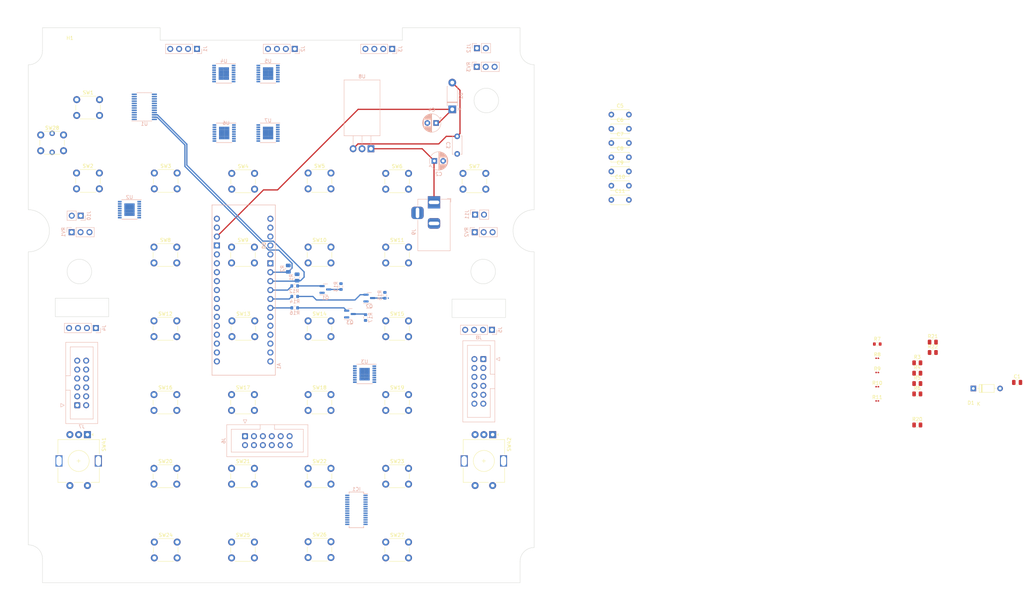
<source format=kicad_pcb>
(kicad_pcb (version 20221018) (generator pcbnew)
  (layers (0 "F.Cu" signal) (31 "B.Cu" signal) (34 "B.Paste" user) (35 "F.Paste" user) (36 "B.SilkS" user "B.Silkscreen") (37 "F.SilkS" user "F.Silkscreen") (38 "B.Mask" user) (39 "F.Mask" user) (44 "Edge.Cuts" user))
  (net 0 "")
  (net 3 "ADC0")
  (net 12 "SDA")
  (net 13 "SCL")
  (net 14 "SEL0")
  (net 15 "SEL1")
  (net 16 "SEL2")
  (net 17 "BUTTON1")
  (net 18 "BUTTON2")
  (net 19 "BUTTON3")
  (net 20 "BUTTON4")
  (net 21 "BUTTON5")
  (net 32 "GND")
  (net 33 "VCC")
  (net 34 "Net-(D1-K)")
  (net 47 "+5V")
  (net 48 "Net-(J1-Pin_1)")
  (net 49 "Net-(J1-Pin_2)")
  (net 50 "Net-(J2-Pin_1)")
  (net 51 "Net-(J2-Pin_2)")
  (net 52 "Net-(J3-Pin_1)")
  (net 53 "Net-(J3-Pin_2)")
  (net 54 "Net-(J4-Pin_1)")
  (net 55 "Net-(J4-Pin_2)")
  (net 56 "Net-(J5-Pin_1)")
  (net 57 "Net-(J5-Pin_2)")
  (net 58 "Net-(Q1-B)")
  (net 59 "CTRLA")
  (net 60 "Net-(Q2-B)")
  (net 61 "CTRLB")
  (net 62 "Net-(Q3-B)")
  (net 63 "CTRLC")
  (net 64 "Net-(U1-~{RESET})")
  (net 65 "Net-(U1-A2)")
  (net 66 "Net-(U1-A1)")
  (net 67 "Net-(U1-A0)")
  (net 68 "+3V3")
  (net 69 "VREF")
  (net 70 "Net-(U7-X1)")
  (net 71 "Net-(U7-X0)")
  (net 72 "Net-(U2-X2)")
  (net 73 "Net-(U2-X1)")
  (net 74 "Net-(U2-X0)")
  (net 75 "Net-(U2-X3)")
  (net 76 "Net-(U2-X4)")
  (net 77 "Net-(U2-X6)")
  (net 78 "Net-(U2-X7)")
  (net 79 "Net-(U2-X5)")
  (net 80 "Net-(U3-X2)")
  (net 81 "Net-(U3-X1)")
  (net 82 "Net-(U3-X0)")
  (net 83 "Net-(U3-X3)")
  (net 84 "Net-(U3-X4)")
  (net 85 "Net-(U3-X6)")
  (net 86 "Net-(U3-X7)")
  (net 87 "Net-(U3-X5)")
  (net 88 "Net-(U4-X2)")
  (net 89 "Net-(U4-X1)")
  (net 90 "Net-(U4-X0)")
  (net 91 "Net-(U4-X3)")
  (net 92 "Net-(U4-X4)")
  (net 93 "Net-(U4-X6)")
  (net 94 "Net-(U4-X7)")
  (net 95 "Net-(U4-X5)")
  (net 96 "Net-(U5-X0)")
  (net 97 "Net-(U5-X1)")
  (net 98 "Net-(U5-X2)")
  (net 99 "SW_C1ON")
  (net 100 "SW_C2ON")
  (net 115 "LCOM0")
  (net 116 "LCOM1")
  (net 117 "LCOM2")
  (net 118 "LCOM3")
  (net 119 "ADC_SYM")
  (net 120 "SW_SYM")
  (net 121 "ADC_BRT")
  (net 122 "ADC_CON")
  (net 123 "SW_NORM")
  (net 124 "SW_REJ2")
  (net 125 "SW_BARO")
  (net 126 "SW_NGT")
  (net 127 "SW_DAY")
  (net 128 "LROW0")
  (net 129 "LROW1")
  (net 130 "LROW2")
  (net 131 "LROW3")
  (net 132 "LROW4")
  (net 133 "LROW5")
  (net 134 "SW_MC")
  (net 135 "LROW7")
  (net 136 "LROW6")
  (net 137 "SW_MW")
  (net 138 "SW_COMM1")
  (net 139 "SW_COMM2")
  (net 140 "Net-(U8-VI)")
  (net 141 "Net-(D2-A)")
  (net 143 "Net-(U7-X2)")
  (net 144 "SW_SCRTCH")
  (footprint "Resistor_SMD:R_0201_0603Metric" (layer "F.Cu") (at 264.73 129.21)
    (fp_text reference "R10")
    (fp_text value "2k2")
  )
  (footprint "Capacitor_THT:C_Disc_D5.0mm_W2.5mm_P5.00mm" (layer "F.Cu") (at 189 76.00749)
    (fp_text reference "C11")
    (fp_text value "100 nF")
  )
  (footprint "Resistor_SMD:R_0805_2012Metric" (layer "F.Cu") (at 276.13 131.26)
    (fp_text reference "R6")
    (fp_text value "10k")
  )
  (footprint "Button_Switch_THT:SW_PUSH_6mm" (layer "F.Cu") (at 102.65 152.453745)
    (fp_text reference "SW22")
    (fp_text value "SW_Push")
  )
  (footprint "Button_Switch_THT:SW_PUSH_6mm" (layer "F.Cu") (at 80.85 152.453745)
    (fp_text reference "SW21")
    (fp_text value "SW_Push")
  )
  (footprint "Capacitor_THT:C_Disc_D5.0mm_W2.5mm_P5.00mm" (layer "F.Cu") (at 189 59.80749)
    (fp_text reference "C7")
    (fp_text value "100 nF")
  )
  (footprint "Button_Switch_THT:SW_PUSH_6mm" (layer "F.Cu") (at 80.85 131.453745)
    (fp_text reference "SW17")
    (fp_text value "SW_Push")
  )
  (footprint "Capacitor_THT:C_Disc_D5.0mm_W2.5mm_P5.00mm" (layer "F.Cu") (at 189 71.95749)
    (fp_text reference "C10")
    (fp_text value "100 nF")
  )
  (footprint "Capacitor_THT:C_Disc_D5.0mm_W2.5mm_P5.00mm" (layer "F.Cu") (at 189 55.75749)
    (fp_text reference "C6")
    (fp_text value "100 nF")
  )
  (footprint "Resistor_SMD:R_0805_2012Metric" (layer "F.Cu") (at 276.13 125.36)
    (fp_text reference "R4")
    (fp_text value "10k")
  )
  (footprint "Diode_THT:D_DO-35_SOD27_P7.62mm_Horizontal" (layer "F.Cu") (at 292.09 129.70749)
    (fp_text reference "D1")
    (fp_text value "1N4148")
  )
  (footprint "Button_Switch_THT:SW_PUSH_6mm" (layer "F.Cu") (at 124.75 89.453745)
    (fp_text reference "SW11")
    (fp_text value "SW_Push")
  )
  (footprint "Button_Switch_THT:SW_PUSH_6mm" (layer "F.Cu") (at 124.75 110.453745)
    (fp_text reference "SW15")
    (fp_text value "SW_Push")
  )
  (footprint "Button_Switch_THT:SW_PUSH_6mm" (layer "F.Cu") (at 80.85 173.453745)
    (fp_text reference "SW25")
    (fp_text value "SW_Push")
  )
  (footprint "Button_Switch_THT:SW_PUSH_6mm" (layer "F.Cu") (at 36.7 68.353745)
    (fp_text reference "SW2")
    (fp_text value "SW_Push")
  )
  (footprint "Resistor_SMD:R_0201_0603Metric" (layer "F.Cu") (at 264.73 125.16)
    (fp_text reference "R9")
    (fp_text value "2k2")
  )
  (footprint "Capacitor_THT:C_Disc_D5.0mm_W2.5mm_P5.00mm" (layer "F.Cu") (at 189 67.90749)
    (fp_text reference "C9")
    (fp_text value "100 nF")
  )
  (footprint "Resistor_SMD:R_0201_0603Metric" (layer "F.Cu") (at 264.73 133.26)
    (fp_text reference "R11")
    (fp_text value "2k2")
  )
  (footprint "Capacitor_SMD:C_0805_2012Metric" (layer "F.Cu") (at 304.56 127.99)
    (fp_text reference "C1")
    (fp_text value "10uF")
  )
  (footprint "Resistor_SMD:R_0201_0603Metric" (layer "F.Cu") (at 264.73 121.11)
    (fp_text reference "R8")
    (fp_text value "2k2")
  )
  (footprint "Button_Switch_THT:SW_PUSH_6mm" (layer "F.Cu") (at 102.65 131.453745)
    (fp_text reference "SW18")
    (fp_text value "SW_Push")
  )
  (footprint "Resistor_SMD:R_0805_2012Metric" (layer "F.Cu") (at 276.13 140.11)
    (fp_text reference "R20")
    (fp_text value "47K")
  )
  (footprint "MountingHole:MountingHole_3.2mm_M3" (layer "F.Cu") (at 34.8 34.10749)
    (fp_text reference "H1")
    (fp_text value "MountingHole")
  )
  (footprint "Button_Switch_THT:SW_PUSH_6mm" (layer "F.Cu") (at 102.65 110.453745)
    (fp_text reference "SW14")
    (fp_text value "SW_Push")
  )
  (footprint "Button_Switch_THT:SW_PUSH_6mm" (layer "F.Cu") (at 58.75 110.453745)
    (fp_text reference "SW12")
    (fp_text value "SW_Push")
  )
  (footprint "Button_Switch_THT:SW_PUSH_6mm" (layer "F.Cu") (at 58.75 89.453745)
    (fp_text reference "SW8")
    (fp_text value "SW_Push")
  )
  (footprint "OpenHarrierUFCLibrary:SW_PUSH_6mm" (layer "F.Cu") (at 26.5 57.50749)
    (fp_text reference "SW28")
    (fp_text value "SW_Push_LED")
  )
  (footprint "Button_Switch_THT:SW_PUSH_6mm" (layer "F.Cu") (at 80.85 89.453745)
    (fp_text reference "SW9")
    (fp_text value "SW_Push")
  )
  (footprint "Button_Switch_THT:SW_PUSH_6mm" (layer "F.Cu") (at 80.9 68.453745)
    (fp_text reference "SW4")
    (fp_text value "SW_Push")
  )
  (footprint "Button_Switch_THT:SW_PUSH_6mm" (layer "F.Cu") (at 102.65 89.453745)
    (fp_text reference "SW10")
    (fp_text value "SW_Push")
  )
  (footprint "Resistor_SMD:R_0603_1608Metric" (layer "F.Cu") (at 264.73 117.06)
    (fp_text reference "R7")
    (fp_text value "2k2")
  )
  (footprint "Rotary_Encoder:RotaryEncoder_Alps_EC11E-Switch_Vertical_H20mm" (layer "F.Cu") (at 39.8 142.853745 -90)
    (fp_text reference "SW41")
    (fp_text value "COMM1 Encoder")
  )
  (footprint "Button_Switch_THT:SW_PUSH_6mm" (layer "F.Cu") (at 36.75 47.453745)
    (fp_text reference "SW1")
    (fp_text value "SW_Push")
  )
  (footprint "Capacitor_THT:C_Disc_D5.0mm_W2.5mm_P5.00mm" (layer "F.Cu") (at 189 63.85749)
    (fp_text reference "C8")
    (fp_text value "100 nF")
  )
  (footprint "Button_Switch_THT:SW_PUSH_6mm" (layer "F.Cu") (at 102.65 68.353745)
    (fp_text reference "SW5")
    (fp_text value "SW_Push")
  )
  (footprint "Capacitor_THT:C_Disc_D5.0mm_W2.5mm_P5.00mm" (layer "F.Cu") (at 189 51.70749)
    (fp_text reference "C5")
    (fp_text value "100 nF")
  )
  (footprint "Button_Switch_THT:SW_PUSH_6mm" (layer "F.Cu") (at 80.95 110.453745)
    (fp_text reference "SW13")
    (fp_text value "SW_Push")
  )
  (footprint "Resistor_SMD:R_0805_2012Metric" (layer "F.Cu") (at 280.54 119.46)
    (fp_text reference "R22")
    (fp_text value "47K")
  )
  (footprint "Button_Switch_THT:SW_PUSH_6mm" (layer "F.Cu") (at 124.75 152.453745)
    (fp_text reference "SW23")
    (fp_text value "SW_Push")
  )
  (footprint "Button_Switch_THT:SW_PUSH_6mm" (layer "F.Cu") (at 58.85 173.453745)
    (fp_text reference "SW24")
    (fp_text value "SW_Push")
  )
  (footprint "Resistor_SMD:R_0805_2012Metric" (layer "F.Cu") (at 280.54 116.51)
    (fp_text reference "R21")
    (fp_text value "47K")
  )
  (footprint "Button_Switch_THT:SW_PUSH_6mm" (layer "F.Cu") (at 124.75 68.453745)
    (fp_text reference "SW6")
    (fp_text value "SW_Push")
  )
  (footprint "Button_Switch_THT:SW_PUSH_6mm" (layer "F.Cu") (at 102.65 173.353745)
    (fp_text reference "SW26")
    (fp_text value "SW_Push")
  )
  (footprint "Button_Switch_THT:SW_PUSH_6mm" (layer "F.Cu") (at 58.75 152.453745)
    (fp_text reference "SW20")
    (fp_text value "SW_Push")
  )
  (footprint "Resistor_SMD:R_0805_2012Metric" (layer "F.Cu") (at 276.13 122.41)
    (fp_text reference "R3")
    (fp_text value "R")
  )
  (footprint "Resistor_SMD:R_0805_2012Metric" (layer "F.Cu") (at 276.13 128.31)
    (fp_text reference "R5")
    (fp_text value "10k")
  )
  (footprint "Button_Switch_THT:SW_PUSH_6mm" (layer "F.Cu") (at 124.75 173.453745)
    (fp_text reference "SW27")
    (fp_text value "SW_Push")
  )
  (footprint "Button_Switch_THT:SW_PUSH_6mm" (layer "F.Cu") (at 58.75 131.453745)
    (fp_text reference "SW16")
    (fp_text value "SW_Push")
  )
  (footprint "Button_Switch_THT:SW_PUSH_6mm" (layer "F.Cu") (at 124.75 131.453745)
    (fp_text reference "SW19")
    (fp_text value "SW_Push")
  )
  (footprint "Button_Switch_THT:SW_PUSH_6mm" (layer "F.Cu") (at 58.85 68.353745)
    (fp_text reference "SW3")
    (fp_text value "SW_Push")
  )
  (footprint "Button_Switch_THT:SW_PUSH_6mm" (layer "F.Cu") (at 146.75 68.453745)
    (fp_text reference "SW7")
    (fp_text value "SW_Push")
  )
  (footprint "Rotary_Encoder:RotaryEncoder_Alps_EC11E-Switch_Vertical_H20mm" (layer "F.Cu") (at 155.2 142.853745 -90)
    (fp_text reference "SW42")
    (fp_text value "COMM2 Encoder")
  )
  (footprint "Resistor_SMD:R_0603_1608Metric" (layer "B.Cu") (at 98.825 103.50749)
    (fp_text reference "R14")
    (fp_text value "10k")
  )
  (footprint "Package_SO:TSSOP-16-1EP_4.4x5mm_P0.65mm" (layer "B.Cu") (at 91.245 40.02249 180)
    (fp_text reference "U5")
    (fp_text value "4051")
  )
  (footprint "Package_TO_SOT_SMD:SOT-23" (layer "B.Cu") (at 107.5625 101.50749)
    (fp_text reference "Q1")
    (fp_text value "2N3904")
  )
  (footprint "Connector_PinHeader_2.54mm:PinHeader_1x02_P2.54mm_Vertical" (layer "B.Cu") (at 150.725 32.80749 -90)
    (fp_text reference "J12")
    (fp_text value "SCRTCH ON/OFF")
  )
  (footprint "Connector_PinHeader_2.54mm:PinHeader_1x02_P2.54mm_Vertical" (layer "B.Cu") (at 150.2 80.20749 -90)
    (fp_text reference "J11")
    (fp_text value "COMM2 ON/OFF")
  )
  (footprint "Capacitor_THT:CP_Radial_D5.0mm_P2.50mm" (layer "B.Cu") (at 138.594888 64.90749)
    (fp_text reference "C2")
    (fp_text value "100 uF")
  )
  (footprint "Resistor_SMD:R_0805_2012Metric" (layer "B.Cu") (at 99.5 98.09499 -90)
    (fp_text reference "R1")
    (fp_text value "10k")
  )
  (footprint "Connector_IDC:IDC-Header_2x06_P2.54mm_Vertical" (layer "B.Cu") (at 84.68 143.30749 -90)
    (fp_text reference "J6")
    (fp_text value "HUD PANEL")
  )
  (footprint "Diode_THT:D_DO-41_SOD81_P7.62mm_Horizontal" (layer "B.Cu") (at 143.7 50.21749 90)
    (fp_text reference "D2")
    (fp_text value "1N5819")
  )
  (footprint "Connector_PinHeader_2.54mm:PinHeader_1x03_P2.54mm_Vertical" (layer "B.Cu") (at 150.675 38.10749 -90)
    (fp_text reference "RV3")
    (fp_text value "10k")
  )
  (footprint "Package_TO_SOT_THT:TO-220-3_Horizontal_TabDown" (layer "B.Cu") (at 120.54 61.43749 180)
    (fp_text reference "U8")
    (fp_text value "LM7805_TO220")
  )
  (footprint "Connector_PinHeader_2.54mm:PinHeader_1x04_P2.54mm_Vertical" (layer "B.Cu") (at 126.58 33.003745 90)
    (fp_text reference "J3")
    (fp_text value "SCRATCHPAD3")
  )
  (footprint "Capacitor_THT:CP_Radial_D5.0mm_P2.50mm" (layer "B.Cu") (at 139.1 54.10749 180)
    (fp_text reference "C4")
    (fp_text value "100 uF")
  )
  (footprint "Connector_PinHeader_2.54mm:PinHeader_1x04_P2.54mm_Vertical" (layer "B.Cu") (at 42.2 112.503745 90)
    (fp_text reference "J4")
    (fp_text value "Conn_01x04_Pin")
  )
  (footprint "Resistor_SMD:R_0603_1608Metric" (layer "B.Cu") (at 124.5 103.18249 -90)
    (fp_text reference "R15")
    (fp_text value "1k")
  )
  (footprint "Connector_PinHeader_2.54mm:PinHeader_1x03_P2.54mm_Vertical" (layer "B.Cu") (at 35.3 85.20749 -90)
    (fp_text reference "RV1")
    (fp_text value "10k")
  )
  (footprint "Resistor_SMD:R_0603_1608Metric" (layer "B.Cu") (at 98.825 100.50749)
    (fp_text reference "R12")
    (fp_text value "10k")
  )
  (footprint "Resistor_SMD:R_0603_1608Metric" (layer "B.Cu") (at 98.825 106.75749)
    (fp_text reference "R16")
    (fp_text value "10k")
  )
  (footprint "Connector_BarrelJack:BarrelJack_Horizontal" (layer "B.Cu") (at 138.5 76.70749 90)
    (fp_text reference "J9")
    (fp_text value "Barrel_Jack_Switch")
  )
  (footprint "Package_TO_SOT_SMD:SOT-23" (layer "B.Cu") (at 114.5625 108.50749)
    (fp_text reference "Q3")
    (fp_text value "2N3904")
  )
  (footprint "Package_SO:TSSOP-24_4.4x7.8mm_P0.65mm" (layer "B.Cu") (at 56 49.50749)
    (fp_text reference "U1")
    (fp_text value "TCA9548APWR")
  )
  (footprint "Package_TO_SOT_SMD:SOT-23" (layer "B.Cu") (at 120.0625 103.95749)
    (fp_text reference "Q2")
    (fp_text value "2N3904")
  )
  (footprint "Connector_PinHeader_2.54mm:PinHeader_1x02_P2.54mm_Vertical" (layer "B.Cu") (at 37.875 80.50749 90)
    (fp_text reference "J10")
    (fp_text value "COMM1 ON/OFF")
  )
  (footprint "Package_SO:TSSOP-16-1EP_4.4x5mm_P0.65mm" (layer "B.Cu") (at 78.645 40.02249 180)
    (fp_text reference "U4")
    (fp_text value "4051")
  )
  (footprint "Resistor_SMD:R_0805_2012Metric" (layer "B.Cu") (at 97 95.59499 -90)
    (fp_text reference "R2")
    (fp_text value "10k")
  )
  (footprint "Package_SO:SSOP-28_3.9x9.9mm_P0.635mm" (layer "B.Cu") (at 116.4 164.281245 180)
    (fp_text reference "IC1")
    (fp_text value "HT16K33-28SOP")
  )
  (footprint "Connector_PinHeader_2.54mm:PinHeader_1x04_P2.54mm_Vertical" (layer "B.Cu") (at 98.84 33.003745 90)
    (fp_text reference "J2")
    (fp_text value "SCRATCHPAD2")
  )
  (footprint "Package_SO:TSSOP-16-1EP_4.4x5mm_P0.65mm" (layer "B.Cu") (at 51.775 78.78249 180)
    (fp_text reference "U2")
    (fp_text value "4051")
  )
  (footprint "Package_SO:TSSOP-16-1EP_4.4x5mm_P0.65mm" (layer "B.Cu") (at 91.235 56.95499 180)
    (fp_text reference "U7")
    (fp_text value "4051")
  )
  (footprint "Capacitor_THT:C_Disc_D5.0mm_W2.5mm_P5.00mm" (layer "B.Cu") (at 145.1 57.90749 -90)
    (fp_text reference "C3")
    (fp_text value "100 nF")
  )
  (footprint "Package_SO:TSSOP-16-1EP_4.4x5mm_P0.65mm" (layer "B.Cu") (at 78.735 56.95499 180)
    (fp_text reference "U6")
    (fp_text value "4051")
  )
  (footprint "Connector_PinHeader_2.54mm:PinHeader_1x03_P2.54mm_Vertical" (layer "B.Cu") (at 150.1 85.20749 -90)
    (fp_text reference "RV2")
    (fp_text value "10k")
  )
  (footprint "Resistor_SMD:R_0603_1608Metric" (layer "B.Cu") (at 119 109.50749 90)
    (fp_text reference "R17")
    (fp_text value "1k")
  )
  (footprint "Connector_IDC:IDC-Header_2x06_P2.54mm_Vertical" (layer "B.Cu") (at 152.54 121.343745 180)
    (fp_text reference "J8")
    (fp_text value "RIGHT ANNUN")
  )
  (footprint "Connector_IDC:IDC-Header_2x06_P2.54mm_Vertical" (layer "B.Cu") (at 36.9 134.48749)
    (fp_text reference "J7")
    (fp_text value "LEFT ANNUN")
  )
  (footprint "PCM_arduino-library:Arduino_Micro_Socket" (layer "B.Cu") (at 75.28 125.92749 90)
    (fp_text reference "A1")
    (fp_text value "Arduino_Micro_Socket")
  )
  (footprint "Resistor_SMD:R_0603_1608Metric" (layer "B.Cu") (at 112 100.68249 -90)
    (fp_text reference "R13")
    (fp_text value "1k")
  )
  (footprint "Connector_PinHeader_2.54mm:PinHeader_1x04_P2.54mm_Vertical" (layer "B.Cu") (at 155 113.003745 90)
    (fp_text reference "J5")
    (fp_text value "Conn_01x04_Pin")
  )
  (footprint "Package_SO:TSSOP-16-1EP_4.4x5mm_P0.65mm" (layer "B.Cu") (at 118.725 125.63249 180)
    (fp_text reference "U3")
    (fp_text value "4051")
  )
  (footprint "Connector_PinHeader_2.54mm:PinHeader_1x04_P2.54mm_Vertical" (layer "B.Cu") (at 71 33.003745 90)
    (fp_text reference "J1")
    (fp_text value "SCRATCHPAD1")
  )
  (gr_arc (start 167.001249 90.80749) (mid 161.001249 84.80749) (end 167.001249 78.80749) (stroke (width 0.1)) (layer "Edge.Cuts"))
  (gr_circle locked (center 37.5 96.40749) (end 41 96.40749) (stroke (width 0.1)) (fill none) (layer "Edge.Cuts"))
  (gr_line (start 27 185.003745) (end 27 178.25749) (stroke (width 0.1)) (layer "Edge.Cuts"))
  (gr_arc (start 22.971573 174.25749) (mid 25.81843 175.418959) (end 27.000101 178.25749) (stroke (width 0.1)) (layer "Edge.Cuts"))
  (gr_line (start 22.971573 37.535917) (end 22.971573 78.80749) (stroke (width 0.1)) (layer "Edge.Cuts"))
  (gr_line (start 163 27.003745) (end 129.5 27.003745) (stroke (width 0.1)) (layer "Edge.Cuts"))
  (gr_arc (start 27 33.50749) (mid 25.820101 36.356018) (end 22.971573 37.535917) (stroke (width 0.1)) (layer "Edge.Cuts"))
  (gr_line (start 22.971573 90.80749) (end 22.971573 174.25749) (stroke (width 0.1)) (layer "Edge.Cuts"))
  (gr_line (start 60.5 27.003745) (end 27 27.003745) (stroke (width 0.1)) (layer "Edge.Cuts"))
  (gr_circle locked (center 152.5 96.40749) (end 156 96.40749) (stroke (width 0.1)) (fill none) (layer "Edge.Cuts"))
  (gr_arc (start 22.971573 78.80749) (mid 28.971573 84.80749) (end 22.971573 90.80749) (stroke (width 0.1)) (layer "Edge.Cuts"))
  (gr_rect (start 143.625 104.25749) (end 158.875 109.50749) (stroke (width 0.1)) (fill none) (layer "Edge.Cuts"))
  (gr_line (start 27 185.003745) (end 163 185.003745) (stroke (width 0.1)) (layer "Edge.Cuts"))
  (gr_arc (start 163 179.00749) (mid 164.171573 176.179063) (end 167 175.00749) (stroke (width 0.1)) (layer "Edge.Cuts"))
  (gr_line (start 163 179.00749) (end 163 185.003745) (stroke (width 0.1)) (layer "Edge.Cuts"))
  (gr_line (start 167.001249 37.508739) (end 167.001249 78.80749) (stroke (width 0.1)) (layer "Edge.Cuts"))
  (gr_line (start 163 33.50749) (end 163 27.003745) (stroke (width 0.1)) (layer "Edge.Cuts"))
  (gr_rect (start 30.625 104.00749) (end 45.875 109.25749) (stroke (width 0.1)) (fill none) (layer "Edge.Cuts"))
  (gr_line (start 167.001249 90.80749) (end 167.001249 175.00749) (stroke (width 0.1)) (layer "Edge.Cuts"))
  (gr_arc (start 167.001249 37.508739) (mid 164.171939 36.3368) (end 163 33.50749) (stroke (width 0.1)) (layer "Edge.Cuts"))
  (gr_line (start 27 27.003745) (end 27 33.50749) (stroke (width 0.1)) (layer "Edge.Cuts"))
  (gr_circle locked (center 153.391967 47.699457) (end 156.891967 47.699457) (stroke (width 0.1)) (fill none) (layer "Edge.Cuts"))
  (gr_line (start 129.5 30.503745) (end 129.5 27.003745) (stroke (width 0.1)) (layer "Edge.Cuts"))
  (gr_line (start 60.5 27.003745) (end 60.5 30.503745) (stroke (width 0.1)) (layer "Edge.Cuts"))
  (gr_line (start 60.5 30.503745) (end 129.5 30.503745) (stroke (width 0.1)) (layer "Edge.Cuts"))
  (segment (start 98.075 95.43249) (end 97 96.50749) (width 0.35) (layer "B.Cu") (net 12))
  (segment (start 96.9 96.60749) (end 97 96.50749) (width 0.35) (layer "B.Cu") (net 12))
  (segment (start 91.386955 90.28889) (end 94.2814 90.28889) (width 0.35) (layer "B.Cu") (net 12))
  (segment (start 94.2814 90.28889) (end 98.075 94.08249) (width 0.35) (layer "B.Cu") (net 12))
  (segment (start 91.9 96.60749) (end 96.9 96.60749) (width 0.35) (layer "B.Cu") (net 12))
  (segment (start 98.075 94.08249) (end 98.075 95.43249) (width 0.35) (layer "B.Cu") (net 12))
  (segment (start 67.56 66.461935) (end 91.386955 90.28889) (width 0.35) (layer "B.Cu") (net 12))
  (segment (start 58.8625 52.43249) (end 59.621751 52.43249) (width 0.35) (layer "B.Cu") (net 12))
  (segment (start 59.621751 52.43249) (end 67.56 60.370739) (width 0.35) (layer "B.Cu") (net 12))
  (segment (start 67.56 60.370739) (end 67.56 66.461935) (width 0.35) (layer "B.Cu") (net 12))
  (segment (start 68.11 60.142922) (end 68.11 66.11749) (width 0.35) (layer "B.Cu") (net 13))
  (segment (start 101.5 96.50749) (end 101.5 98.00749) (width 0.35) (layer "B.Cu") (net 13))
  (segment (start 58.8625 51.78249) (end 59.749568 51.78249) (width 0.35) (layer "B.Cu") (net 13))
  (segment (start 101.5 98.00749) (end 100.5 99.00749) (width 0.35) (layer "B.Cu") (net 13))
  (segment (start 68.11 66.11749) (end 89.7414 87.74889) (width 0.35) (layer "B.Cu") (net 13))
  (segment (start 99.36 99.14749) (end 99.5 99.00749) (width 0.35) (layer "B.Cu") (net 13))
  (segment (start 91.9 99.14749) (end 99.36 99.14749) (width 0.35) (layer "B.Cu") (net 13))
  (segment (start 59.749568 51.78249) (end 68.11 60.142922) (width 0.35) (layer "B.Cu") (net 13))
  (segment (start 92.7414 87.74889) (end 101.5 96.50749) (width 0.35) (layer "B.Cu") (net 13))
  (segment (start 89.7414 87.74889) (end 92.7414 87.74889) (width 0.35) (layer "B.Cu") (net 13))
  (segment (start 100.5 99.00749) (end 99.5 99.00749) (width 0.35) (layer "B.Cu") (net 13))
  (segment (start 91.9 101.68749) (end 96.82 101.68749) (width 0.35) (layer "B.Cu") (net 14))
  (segment (start 96.82 101.68749) (end 98 100.50749) (width 0.35) (layer "B.Cu") (net 14))
  (segment (start 91.9 104.22749) (end 97.28 104.22749) (width 0.35) (layer "B.Cu") (net 15))
  (segment (start 97.28 104.22749) (end 98 103.50749) (width 0.35) (layer "B.Cu") (net 15))
  (segment (start 91.9 106.76749) (end 97.99 106.76749) (width 0.35) (layer "B.Cu") (net 16))
  (segment (start 97.99 106.76749) (end 98 106.75749) (width 0.35) (layer "B.Cu") (net 16))
  (segment (start 143.7 50.21749) (end 139.81 54.10749) (width 0.35) (layer "F.Cu") (net 47))
  (segment (start 139.81 54.10749) (end 139.1 54.10749) (width 0.35) (layer "F.Cu") (net 47))
  (segment (start 93.94 73.16749) (end 89.94 73.16749) (width 0.35) (layer "F.Cu") (net 47))
  (segment (start 116.89 50.21749) (end 93.94 73.16749) (width 0.35) (layer "F.Cu") (net 47))
  (segment (start 143.7 50.21749) (end 116.89 50.21749) (width 0.35) (layer "F.Cu") (net 47))
  (segment (start 89.94 73.16749) (end 76.66 86.44749) (width 0.35) (layer "F.Cu") (net 47))
  (segment (start 99.65 100.50749) (end 106.575 100.50749) (width 0.35) (layer "B.Cu") (net 58))
  (segment (start 106.575 100.50749) (end 106.625 100.55749) (width 0.35) (layer "B.Cu") (net 58))
  (segment (start 108.5 101.50749) (end 112 101.50749) (width 0.35) (layer "B.Cu") (net 59))
  (segment (start 99.65 103.50749) (end 104 103.50749) (width 0.35) (layer "B.Cu") (net 60))
  (segment (start 117.5 103.00749) (end 119.125 103.00749) (width 0.35) (layer "B.Cu") (net 60))
  (segment (start 105 104.50749) (end 116 104.50749) (width 0.35) (layer "B.Cu") (net 60))
  (segment (start 104 103.50749) (end 105 104.50749) (width 0.35) (layer "B.Cu") (net 60))
  (segment (start 116 104.50749) (end 117.5 103.00749) (width 0.35) (layer "B.Cu") (net 60))
  (segment (start 125.45 103.95749) (end 125.5 104.00749) (width 0.35) (layer "B.Cu") (net 61))
  (segment (start 124.45 103.95749) (end 124.5 104.00749) (width 0.35) (layer "B.Cu") (net 61))
  (segment (start 121 103.95749) (end 124.45 103.95749) (width 0.35) (layer "B.Cu") (net 61))
  (segment (start 112.825 106.75749) (end 113.625 107.55749) (width 0.35) (layer "B.Cu") (net 62))
  (segment (start 99.65 106.75749) (end 112.825 106.75749) (width 0.35) (layer "B.Cu") (net 62))
  (segment (start 118.825 108.50749) (end 119 108.68249) (width 0.35) (layer "B.Cu") (net 63))
  (segment (start 115.5 108.50749) (end 118.825 108.50749) (width 0.35) (layer "B.Cu") (net 63))
  (segment (start 138.5 65.002378) (end 138.594888 64.90749) (width 0.35) (layer "F.Cu") (net 140))
  (segment (start 138.594888 64.90749) (end 135.124888 61.43749) (width 0.35) (layer "F.Cu") (net 140))
  (segment (start 138.5 76.70749) (end 138.5 65.002378) (width 0.35) (layer "F.Cu") (net 140))
  (segment (start 135.124888 61.43749) (end 120.54 61.43749) (width 0.35) (layer "F.Cu") (net 140))
  (segment (start 145.899999 57.107491) (end 145.899999 44.797489) (width 0.35) (layer "F.Cu") (net 141))
  (segment (start 139.845 60.06249) (end 142 57.90749) (width 0.35) (layer "F.Cu") (net 141))
  (segment (start 145.1 57.90749) (end 145.899999 57.107491) (width 0.35) (layer "F.Cu") (net 141))
  (segment (start 142 57.90749) (end 145.1 57.90749) (width 0.35) (layer "F.Cu") (net 141))
  (segment (start 115.46 61.43749) (end 116.835 60.06249) (width 0.35) (layer "F.Cu") (net 141))
  (segment (start 145.899999 44.797489) (end 143.7 42.59749) (width 0.35) (layer "F.Cu") (net 141))
  (segment (start 116.835 60.06249) (end 139.845 60.06249) (width 0.35) (layer "F.Cu") (net 141))
)
</source>
